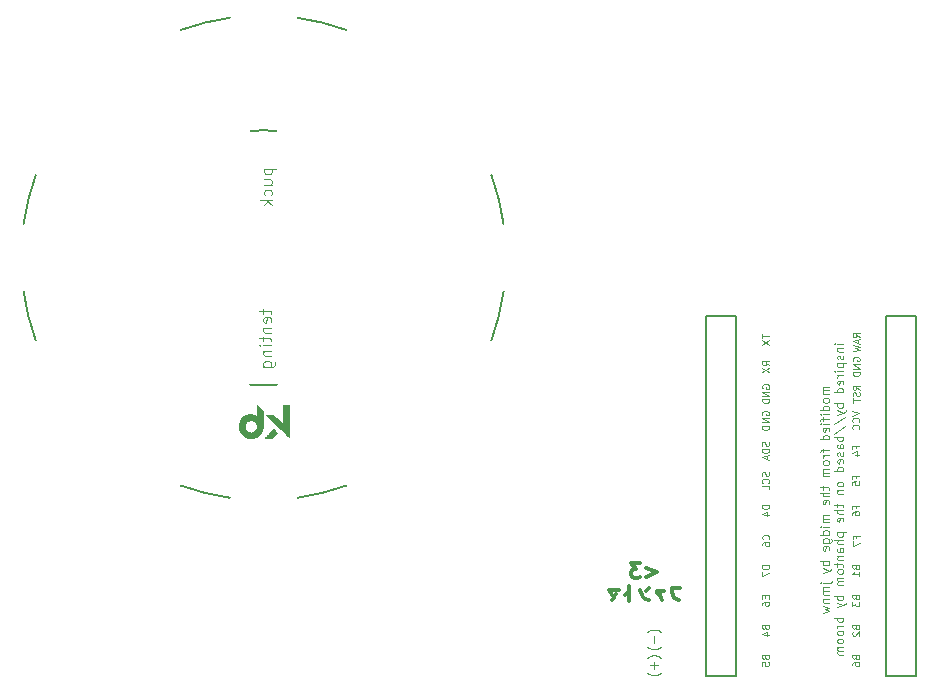
<source format=gbr>
G04 #@! TF.GenerationSoftware,KiCad,Pcbnew,6.0.0-d3dd2cf0fa~116~ubuntu20.04.1*
G04 #@! TF.CreationDate,2022-01-05T19:45:41-05:00*
G04 #@! TF.ProjectId,phantoma,7068616e-746f-46d6-912e-6b696361645f,0.1*
G04 #@! TF.SameCoordinates,Original*
G04 #@! TF.FileFunction,Legend,Bot*
G04 #@! TF.FilePolarity,Positive*
%FSLAX46Y46*%
G04 Gerber Fmt 4.6, Leading zero omitted, Abs format (unit mm)*
G04 Created by KiCad (PCBNEW 6.0.0-d3dd2cf0fa~116~ubuntu20.04.1) date 2022-01-05 19:45:41*
%MOMM*%
%LPD*%
G01*
G04 APERTURE LIST*
%ADD10C,0.312500*%
%ADD11C,0.100000*%
%ADD12C,0.080000*%
%ADD13C,0.150000*%
%ADD14C,0.200000*%
%ADD15C,0.010000*%
G04 APERTURE END LIST*
D10*
X120134047Y-84450892D02*
X121086428Y-84808035D01*
X120134047Y-85165178D01*
X119657857Y-84034226D02*
X118884047Y-84034226D01*
X119300714Y-84510416D01*
X119122142Y-84510416D01*
X119003095Y-84569940D01*
X118943571Y-84629464D01*
X118884047Y-84748511D01*
X118884047Y-85046130D01*
X118943571Y-85165178D01*
X119003095Y-85224702D01*
X119122142Y-85284226D01*
X119479285Y-85284226D01*
X119598333Y-85224702D01*
X119657857Y-85165178D01*
X122991190Y-86165773D02*
X122336428Y-86165773D01*
X122336428Y-86463392D01*
X122395952Y-86761011D01*
X122515000Y-86939583D01*
X122693571Y-87058630D01*
X122931666Y-87177678D01*
X121622142Y-86344345D02*
X121026904Y-86344345D01*
X121086428Y-86522916D01*
X121205476Y-86701488D01*
X121324523Y-86522916D02*
X121324523Y-86761011D01*
X121384047Y-86939583D01*
X121503095Y-87118154D01*
X120372142Y-86165773D02*
X120134047Y-86403869D01*
X120372142Y-87118154D02*
X120074523Y-87058630D01*
X119895952Y-86880059D01*
X119776904Y-86701488D01*
X119657857Y-86284821D01*
X118705476Y-85927678D02*
X118705476Y-87237202D01*
X118705476Y-86463392D02*
X118348333Y-86761011D01*
X117812619Y-86284821D02*
X117038809Y-86284821D01*
X117157857Y-86522916D01*
X117276904Y-86701488D01*
X117395952Y-86820535D01*
X117634047Y-86641964D02*
X117455476Y-86820535D01*
X117395952Y-86939583D01*
X117276904Y-87118154D01*
D11*
X135625535Y-69077285D02*
X135125535Y-69077285D01*
X135196964Y-69077285D02*
X135161250Y-69113000D01*
X135125535Y-69184428D01*
X135125535Y-69291571D01*
X135161250Y-69363000D01*
X135232678Y-69398714D01*
X135625535Y-69398714D01*
X135232678Y-69398714D02*
X135161250Y-69434428D01*
X135125535Y-69505857D01*
X135125535Y-69613000D01*
X135161250Y-69684428D01*
X135232678Y-69720142D01*
X135625535Y-69720142D01*
X135625535Y-70184428D02*
X135589821Y-70113000D01*
X135554107Y-70077285D01*
X135482678Y-70041571D01*
X135268392Y-70041571D01*
X135196964Y-70077285D01*
X135161250Y-70113000D01*
X135125535Y-70184428D01*
X135125535Y-70291571D01*
X135161250Y-70363000D01*
X135196964Y-70398714D01*
X135268392Y-70434428D01*
X135482678Y-70434428D01*
X135554107Y-70398714D01*
X135589821Y-70363000D01*
X135625535Y-70291571D01*
X135625535Y-70184428D01*
X135625535Y-71077285D02*
X134875535Y-71077285D01*
X135589821Y-71077285D02*
X135625535Y-71005857D01*
X135625535Y-70863000D01*
X135589821Y-70791571D01*
X135554107Y-70755857D01*
X135482678Y-70720142D01*
X135268392Y-70720142D01*
X135196964Y-70755857D01*
X135161250Y-70791571D01*
X135125535Y-70863000D01*
X135125535Y-71005857D01*
X135161250Y-71077285D01*
X135625535Y-71434428D02*
X135125535Y-71434428D01*
X134875535Y-71434428D02*
X134911250Y-71398714D01*
X134946964Y-71434428D01*
X134911250Y-71470142D01*
X134875535Y-71434428D01*
X134946964Y-71434428D01*
X135125535Y-71684428D02*
X135125535Y-71970142D01*
X135625535Y-71791571D02*
X134982678Y-71791571D01*
X134911250Y-71827285D01*
X134875535Y-71898714D01*
X134875535Y-71970142D01*
X135625535Y-72220142D02*
X135125535Y-72220142D01*
X134875535Y-72220142D02*
X134911250Y-72184428D01*
X134946964Y-72220142D01*
X134911250Y-72255857D01*
X134875535Y-72220142D01*
X134946964Y-72220142D01*
X135589821Y-72863000D02*
X135625535Y-72791571D01*
X135625535Y-72648714D01*
X135589821Y-72577285D01*
X135518392Y-72541571D01*
X135232678Y-72541571D01*
X135161250Y-72577285D01*
X135125535Y-72648714D01*
X135125535Y-72791571D01*
X135161250Y-72863000D01*
X135232678Y-72898714D01*
X135304107Y-72898714D01*
X135375535Y-72541571D01*
X135625535Y-73541571D02*
X134875535Y-73541571D01*
X135589821Y-73541571D02*
X135625535Y-73470142D01*
X135625535Y-73327285D01*
X135589821Y-73255857D01*
X135554107Y-73220142D01*
X135482678Y-73184428D01*
X135268392Y-73184428D01*
X135196964Y-73220142D01*
X135161250Y-73255857D01*
X135125535Y-73327285D01*
X135125535Y-73470142D01*
X135161250Y-73541571D01*
X135125535Y-74363000D02*
X135125535Y-74648714D01*
X135625535Y-74470142D02*
X134982678Y-74470142D01*
X134911250Y-74505857D01*
X134875535Y-74577285D01*
X134875535Y-74648714D01*
X135625535Y-74898714D02*
X135125535Y-74898714D01*
X135268392Y-74898714D02*
X135196964Y-74934428D01*
X135161250Y-74970142D01*
X135125535Y-75041571D01*
X135125535Y-75113000D01*
X135625535Y-75470142D02*
X135589821Y-75398714D01*
X135554107Y-75363000D01*
X135482678Y-75327285D01*
X135268392Y-75327285D01*
X135196964Y-75363000D01*
X135161250Y-75398714D01*
X135125535Y-75470142D01*
X135125535Y-75577285D01*
X135161250Y-75648714D01*
X135196964Y-75684428D01*
X135268392Y-75720142D01*
X135482678Y-75720142D01*
X135554107Y-75684428D01*
X135589821Y-75648714D01*
X135625535Y-75577285D01*
X135625535Y-75470142D01*
X135625535Y-76041571D02*
X135125535Y-76041571D01*
X135196964Y-76041571D02*
X135161250Y-76077285D01*
X135125535Y-76148714D01*
X135125535Y-76255857D01*
X135161250Y-76327285D01*
X135232678Y-76363000D01*
X135625535Y-76363000D01*
X135232678Y-76363000D02*
X135161250Y-76398714D01*
X135125535Y-76470142D01*
X135125535Y-76577285D01*
X135161250Y-76648714D01*
X135232678Y-76684428D01*
X135625535Y-76684428D01*
X135125535Y-77505857D02*
X135125535Y-77791571D01*
X134875535Y-77613000D02*
X135518392Y-77613000D01*
X135589821Y-77648714D01*
X135625535Y-77720142D01*
X135625535Y-77791571D01*
X135625535Y-78041571D02*
X134875535Y-78041571D01*
X135625535Y-78363000D02*
X135232678Y-78363000D01*
X135161250Y-78327285D01*
X135125535Y-78255857D01*
X135125535Y-78148714D01*
X135161250Y-78077285D01*
X135196964Y-78041571D01*
X135589821Y-79005857D02*
X135625535Y-78934428D01*
X135625535Y-78791571D01*
X135589821Y-78720142D01*
X135518392Y-78684428D01*
X135232678Y-78684428D01*
X135161250Y-78720142D01*
X135125535Y-78791571D01*
X135125535Y-78934428D01*
X135161250Y-79005857D01*
X135232678Y-79041571D01*
X135304107Y-79041571D01*
X135375535Y-78684428D01*
X135625535Y-79934428D02*
X135125535Y-79934428D01*
X135196964Y-79934428D02*
X135161250Y-79970142D01*
X135125535Y-80041571D01*
X135125535Y-80148714D01*
X135161250Y-80220142D01*
X135232678Y-80255857D01*
X135625535Y-80255857D01*
X135232678Y-80255857D02*
X135161250Y-80291571D01*
X135125535Y-80363000D01*
X135125535Y-80470142D01*
X135161250Y-80541571D01*
X135232678Y-80577285D01*
X135625535Y-80577285D01*
X135625535Y-80934428D02*
X135125535Y-80934428D01*
X134875535Y-80934428D02*
X134911250Y-80898714D01*
X134946964Y-80934428D01*
X134911250Y-80970142D01*
X134875535Y-80934428D01*
X134946964Y-80934428D01*
X135625535Y-81613000D02*
X134875535Y-81613000D01*
X135589821Y-81613000D02*
X135625535Y-81541571D01*
X135625535Y-81398714D01*
X135589821Y-81327285D01*
X135554107Y-81291571D01*
X135482678Y-81255857D01*
X135268392Y-81255857D01*
X135196964Y-81291571D01*
X135161250Y-81327285D01*
X135125535Y-81398714D01*
X135125535Y-81541571D01*
X135161250Y-81613000D01*
X135125535Y-82291571D02*
X135732678Y-82291571D01*
X135804107Y-82255857D01*
X135839821Y-82220142D01*
X135875535Y-82148714D01*
X135875535Y-82041571D01*
X135839821Y-81970142D01*
X135589821Y-82291571D02*
X135625535Y-82220142D01*
X135625535Y-82077285D01*
X135589821Y-82005857D01*
X135554107Y-81970142D01*
X135482678Y-81934428D01*
X135268392Y-81934428D01*
X135196964Y-81970142D01*
X135161250Y-82005857D01*
X135125535Y-82077285D01*
X135125535Y-82220142D01*
X135161250Y-82291571D01*
X135589821Y-82934428D02*
X135625535Y-82863000D01*
X135625535Y-82720142D01*
X135589821Y-82648714D01*
X135518392Y-82613000D01*
X135232678Y-82613000D01*
X135161250Y-82648714D01*
X135125535Y-82720142D01*
X135125535Y-82863000D01*
X135161250Y-82934428D01*
X135232678Y-82970142D01*
X135304107Y-82970142D01*
X135375535Y-82613000D01*
X135625535Y-83863000D02*
X134875535Y-83863000D01*
X135161250Y-83863000D02*
X135125535Y-83934428D01*
X135125535Y-84077285D01*
X135161250Y-84148714D01*
X135196964Y-84184428D01*
X135268392Y-84220142D01*
X135482678Y-84220142D01*
X135554107Y-84184428D01*
X135589821Y-84148714D01*
X135625535Y-84077285D01*
X135625535Y-83934428D01*
X135589821Y-83863000D01*
X135125535Y-84470142D02*
X135625535Y-84648714D01*
X135125535Y-84827285D02*
X135625535Y-84648714D01*
X135804107Y-84577285D01*
X135839821Y-84541571D01*
X135875535Y-84470142D01*
X135125535Y-85684428D02*
X135768392Y-85684428D01*
X135839821Y-85648714D01*
X135875535Y-85577285D01*
X135875535Y-85541571D01*
X134875535Y-85684428D02*
X134911250Y-85648714D01*
X134946964Y-85684428D01*
X134911250Y-85720142D01*
X134875535Y-85684428D01*
X134946964Y-85684428D01*
X135625535Y-86041571D02*
X135125535Y-86041571D01*
X135196964Y-86041571D02*
X135161250Y-86077285D01*
X135125535Y-86148714D01*
X135125535Y-86255857D01*
X135161250Y-86327285D01*
X135232678Y-86363000D01*
X135625535Y-86363000D01*
X135232678Y-86363000D02*
X135161250Y-86398714D01*
X135125535Y-86470142D01*
X135125535Y-86577285D01*
X135161250Y-86648714D01*
X135232678Y-86684428D01*
X135625535Y-86684428D01*
X135125535Y-87041571D02*
X135625535Y-87041571D01*
X135196964Y-87041571D02*
X135161250Y-87077285D01*
X135125535Y-87148714D01*
X135125535Y-87255857D01*
X135161250Y-87327285D01*
X135232678Y-87363000D01*
X135625535Y-87363000D01*
X135125535Y-87648714D02*
X135625535Y-87791571D01*
X135268392Y-87934428D01*
X135625535Y-88077285D01*
X135125535Y-88220142D01*
X136833035Y-65452285D02*
X136333035Y-65452285D01*
X136083035Y-65452285D02*
X136118750Y-65416571D01*
X136154464Y-65452285D01*
X136118750Y-65488000D01*
X136083035Y-65452285D01*
X136154464Y-65452285D01*
X136333035Y-65809428D02*
X136833035Y-65809428D01*
X136404464Y-65809428D02*
X136368750Y-65845142D01*
X136333035Y-65916571D01*
X136333035Y-66023714D01*
X136368750Y-66095142D01*
X136440178Y-66130857D01*
X136833035Y-66130857D01*
X136797321Y-66452285D02*
X136833035Y-66523714D01*
X136833035Y-66666571D01*
X136797321Y-66738000D01*
X136725892Y-66773714D01*
X136690178Y-66773714D01*
X136618750Y-66738000D01*
X136583035Y-66666571D01*
X136583035Y-66559428D01*
X136547321Y-66488000D01*
X136475892Y-66452285D01*
X136440178Y-66452285D01*
X136368750Y-66488000D01*
X136333035Y-66559428D01*
X136333035Y-66666571D01*
X136368750Y-66738000D01*
X136333035Y-67095142D02*
X137083035Y-67095142D01*
X136368750Y-67095142D02*
X136333035Y-67166571D01*
X136333035Y-67309428D01*
X136368750Y-67380857D01*
X136404464Y-67416571D01*
X136475892Y-67452285D01*
X136690178Y-67452285D01*
X136761607Y-67416571D01*
X136797321Y-67380857D01*
X136833035Y-67309428D01*
X136833035Y-67166571D01*
X136797321Y-67095142D01*
X136833035Y-67773714D02*
X136333035Y-67773714D01*
X136083035Y-67773714D02*
X136118750Y-67738000D01*
X136154464Y-67773714D01*
X136118750Y-67809428D01*
X136083035Y-67773714D01*
X136154464Y-67773714D01*
X136833035Y-68130857D02*
X136333035Y-68130857D01*
X136475892Y-68130857D02*
X136404464Y-68166571D01*
X136368750Y-68202285D01*
X136333035Y-68273714D01*
X136333035Y-68345142D01*
X136797321Y-68880857D02*
X136833035Y-68809428D01*
X136833035Y-68666571D01*
X136797321Y-68595142D01*
X136725892Y-68559428D01*
X136440178Y-68559428D01*
X136368750Y-68595142D01*
X136333035Y-68666571D01*
X136333035Y-68809428D01*
X136368750Y-68880857D01*
X136440178Y-68916571D01*
X136511607Y-68916571D01*
X136583035Y-68559428D01*
X136833035Y-69559428D02*
X136083035Y-69559428D01*
X136797321Y-69559428D02*
X136833035Y-69488000D01*
X136833035Y-69345142D01*
X136797321Y-69273714D01*
X136761607Y-69238000D01*
X136690178Y-69202285D01*
X136475892Y-69202285D01*
X136404464Y-69238000D01*
X136368750Y-69273714D01*
X136333035Y-69345142D01*
X136333035Y-69488000D01*
X136368750Y-69559428D01*
X136833035Y-70488000D02*
X136083035Y-70488000D01*
X136368750Y-70488000D02*
X136333035Y-70559428D01*
X136333035Y-70702285D01*
X136368750Y-70773714D01*
X136404464Y-70809428D01*
X136475892Y-70845142D01*
X136690178Y-70845142D01*
X136761607Y-70809428D01*
X136797321Y-70773714D01*
X136833035Y-70702285D01*
X136833035Y-70559428D01*
X136797321Y-70488000D01*
X136333035Y-71095142D02*
X136833035Y-71273714D01*
X136333035Y-71452285D02*
X136833035Y-71273714D01*
X137011607Y-71202285D01*
X137047321Y-71166571D01*
X137083035Y-71095142D01*
X136047321Y-72273714D02*
X137011607Y-71630857D01*
X136047321Y-73059428D02*
X137011607Y-72416571D01*
X136833035Y-73309428D02*
X136083035Y-73309428D01*
X136368750Y-73309428D02*
X136333035Y-73380857D01*
X136333035Y-73523714D01*
X136368750Y-73595142D01*
X136404464Y-73630857D01*
X136475892Y-73666571D01*
X136690178Y-73666571D01*
X136761607Y-73630857D01*
X136797321Y-73595142D01*
X136833035Y-73523714D01*
X136833035Y-73380857D01*
X136797321Y-73309428D01*
X136833035Y-74309428D02*
X136440178Y-74309428D01*
X136368750Y-74273714D01*
X136333035Y-74202285D01*
X136333035Y-74059428D01*
X136368750Y-73988000D01*
X136797321Y-74309428D02*
X136833035Y-74238000D01*
X136833035Y-74059428D01*
X136797321Y-73988000D01*
X136725892Y-73952285D01*
X136654464Y-73952285D01*
X136583035Y-73988000D01*
X136547321Y-74059428D01*
X136547321Y-74238000D01*
X136511607Y-74309428D01*
X136797321Y-74630857D02*
X136833035Y-74702285D01*
X136833035Y-74845142D01*
X136797321Y-74916571D01*
X136725892Y-74952285D01*
X136690178Y-74952285D01*
X136618750Y-74916571D01*
X136583035Y-74845142D01*
X136583035Y-74738000D01*
X136547321Y-74666571D01*
X136475892Y-74630857D01*
X136440178Y-74630857D01*
X136368750Y-74666571D01*
X136333035Y-74738000D01*
X136333035Y-74845142D01*
X136368750Y-74916571D01*
X136797321Y-75559428D02*
X136833035Y-75488000D01*
X136833035Y-75345142D01*
X136797321Y-75273714D01*
X136725892Y-75238000D01*
X136440178Y-75238000D01*
X136368750Y-75273714D01*
X136333035Y-75345142D01*
X136333035Y-75488000D01*
X136368750Y-75559428D01*
X136440178Y-75595142D01*
X136511607Y-75595142D01*
X136583035Y-75238000D01*
X136833035Y-76238000D02*
X136083035Y-76238000D01*
X136797321Y-76238000D02*
X136833035Y-76166571D01*
X136833035Y-76023714D01*
X136797321Y-75952285D01*
X136761607Y-75916571D01*
X136690178Y-75880857D01*
X136475892Y-75880857D01*
X136404464Y-75916571D01*
X136368750Y-75952285D01*
X136333035Y-76023714D01*
X136333035Y-76166571D01*
X136368750Y-76238000D01*
X136833035Y-77273714D02*
X136797321Y-77202285D01*
X136761607Y-77166571D01*
X136690178Y-77130857D01*
X136475892Y-77130857D01*
X136404464Y-77166571D01*
X136368750Y-77202285D01*
X136333035Y-77273714D01*
X136333035Y-77380857D01*
X136368750Y-77452285D01*
X136404464Y-77488000D01*
X136475892Y-77523714D01*
X136690178Y-77523714D01*
X136761607Y-77488000D01*
X136797321Y-77452285D01*
X136833035Y-77380857D01*
X136833035Y-77273714D01*
X136333035Y-77845142D02*
X136833035Y-77845142D01*
X136404464Y-77845142D02*
X136368750Y-77880857D01*
X136333035Y-77952285D01*
X136333035Y-78059428D01*
X136368750Y-78130857D01*
X136440178Y-78166571D01*
X136833035Y-78166571D01*
X136333035Y-78988000D02*
X136333035Y-79273714D01*
X136083035Y-79095142D02*
X136725892Y-79095142D01*
X136797321Y-79130857D01*
X136833035Y-79202285D01*
X136833035Y-79273714D01*
X136833035Y-79523714D02*
X136083035Y-79523714D01*
X136833035Y-79845142D02*
X136440178Y-79845142D01*
X136368750Y-79809428D01*
X136333035Y-79738000D01*
X136333035Y-79630857D01*
X136368750Y-79559428D01*
X136404464Y-79523714D01*
X136797321Y-80488000D02*
X136833035Y-80416571D01*
X136833035Y-80273714D01*
X136797321Y-80202285D01*
X136725892Y-80166571D01*
X136440178Y-80166571D01*
X136368750Y-80202285D01*
X136333035Y-80273714D01*
X136333035Y-80416571D01*
X136368750Y-80488000D01*
X136440178Y-80523714D01*
X136511607Y-80523714D01*
X136583035Y-80166571D01*
X136333035Y-81416571D02*
X137083035Y-81416571D01*
X136368750Y-81416571D02*
X136333035Y-81488000D01*
X136333035Y-81630857D01*
X136368750Y-81702285D01*
X136404464Y-81738000D01*
X136475892Y-81773714D01*
X136690178Y-81773714D01*
X136761607Y-81738000D01*
X136797321Y-81702285D01*
X136833035Y-81630857D01*
X136833035Y-81488000D01*
X136797321Y-81416571D01*
X136833035Y-82095142D02*
X136083035Y-82095142D01*
X136833035Y-82416571D02*
X136440178Y-82416571D01*
X136368750Y-82380857D01*
X136333035Y-82309428D01*
X136333035Y-82202285D01*
X136368750Y-82130857D01*
X136404464Y-82095142D01*
X136833035Y-83095142D02*
X136440178Y-83095142D01*
X136368750Y-83059428D01*
X136333035Y-82988000D01*
X136333035Y-82845142D01*
X136368750Y-82773714D01*
X136797321Y-83095142D02*
X136833035Y-83023714D01*
X136833035Y-82845142D01*
X136797321Y-82773714D01*
X136725892Y-82738000D01*
X136654464Y-82738000D01*
X136583035Y-82773714D01*
X136547321Y-82845142D01*
X136547321Y-83023714D01*
X136511607Y-83095142D01*
X136333035Y-83452285D02*
X136833035Y-83452285D01*
X136404464Y-83452285D02*
X136368750Y-83488000D01*
X136333035Y-83559428D01*
X136333035Y-83666571D01*
X136368750Y-83738000D01*
X136440178Y-83773714D01*
X136833035Y-83773714D01*
X136333035Y-84023714D02*
X136333035Y-84309428D01*
X136083035Y-84130857D02*
X136725892Y-84130857D01*
X136797321Y-84166571D01*
X136833035Y-84238000D01*
X136833035Y-84309428D01*
X136833035Y-84666571D02*
X136797321Y-84595142D01*
X136761607Y-84559428D01*
X136690178Y-84523714D01*
X136475892Y-84523714D01*
X136404464Y-84559428D01*
X136368750Y-84595142D01*
X136333035Y-84666571D01*
X136333035Y-84773714D01*
X136368750Y-84845142D01*
X136404464Y-84880857D01*
X136475892Y-84916571D01*
X136690178Y-84916571D01*
X136761607Y-84880857D01*
X136797321Y-84845142D01*
X136833035Y-84773714D01*
X136833035Y-84666571D01*
X136833035Y-85238000D02*
X136333035Y-85238000D01*
X136404464Y-85238000D02*
X136368750Y-85273714D01*
X136333035Y-85345142D01*
X136333035Y-85452285D01*
X136368750Y-85523714D01*
X136440178Y-85559428D01*
X136833035Y-85559428D01*
X136440178Y-85559428D02*
X136368750Y-85595142D01*
X136333035Y-85666571D01*
X136333035Y-85773714D01*
X136368750Y-85845142D01*
X136440178Y-85880857D01*
X136833035Y-85880857D01*
X136833035Y-86809428D02*
X136083035Y-86809428D01*
X136368750Y-86809428D02*
X136333035Y-86880857D01*
X136333035Y-87023714D01*
X136368750Y-87095142D01*
X136404464Y-87130857D01*
X136475892Y-87166571D01*
X136690178Y-87166571D01*
X136761607Y-87130857D01*
X136797321Y-87095142D01*
X136833035Y-87023714D01*
X136833035Y-86880857D01*
X136797321Y-86809428D01*
X136333035Y-87416571D02*
X136833035Y-87595142D01*
X136333035Y-87773714D02*
X136833035Y-87595142D01*
X137011607Y-87523714D01*
X137047321Y-87488000D01*
X137083035Y-87416571D01*
X136833035Y-88630857D02*
X136083035Y-88630857D01*
X136368750Y-88630857D02*
X136333035Y-88702285D01*
X136333035Y-88845142D01*
X136368750Y-88916571D01*
X136404464Y-88952285D01*
X136475892Y-88988000D01*
X136690178Y-88988000D01*
X136761607Y-88952285D01*
X136797321Y-88916571D01*
X136833035Y-88845142D01*
X136833035Y-88702285D01*
X136797321Y-88630857D01*
X136833035Y-89309428D02*
X136333035Y-89309428D01*
X136475892Y-89309428D02*
X136404464Y-89345142D01*
X136368750Y-89380857D01*
X136333035Y-89452285D01*
X136333035Y-89523714D01*
X136833035Y-89880857D02*
X136797321Y-89809428D01*
X136761607Y-89773714D01*
X136690178Y-89738000D01*
X136475892Y-89738000D01*
X136404464Y-89773714D01*
X136368750Y-89809428D01*
X136333035Y-89880857D01*
X136333035Y-89988000D01*
X136368750Y-90059428D01*
X136404464Y-90095142D01*
X136475892Y-90130857D01*
X136690178Y-90130857D01*
X136761607Y-90095142D01*
X136797321Y-90059428D01*
X136833035Y-89988000D01*
X136833035Y-89880857D01*
X136833035Y-90559428D02*
X136797321Y-90488000D01*
X136761607Y-90452285D01*
X136690178Y-90416571D01*
X136475892Y-90416571D01*
X136404464Y-90452285D01*
X136368750Y-90488000D01*
X136333035Y-90559428D01*
X136333035Y-90666571D01*
X136368750Y-90738000D01*
X136404464Y-90773714D01*
X136475892Y-90809428D01*
X136690178Y-90809428D01*
X136761607Y-90773714D01*
X136797321Y-90738000D01*
X136833035Y-90666571D01*
X136833035Y-90559428D01*
X136833035Y-91130857D02*
X136333035Y-91130857D01*
X136404464Y-91130857D02*
X136368750Y-91166571D01*
X136333035Y-91238000D01*
X136333035Y-91345142D01*
X136368750Y-91416571D01*
X136440178Y-91452285D01*
X136833035Y-91452285D01*
X136440178Y-91452285D02*
X136368750Y-91488000D01*
X136333035Y-91559428D01*
X136333035Y-91666571D01*
X136368750Y-91738000D01*
X136440178Y-91773714D01*
X136833035Y-91773714D01*
X121427631Y-89870217D02*
X121389536Y-89832121D01*
X121275250Y-89755931D01*
X121199060Y-89717836D01*
X121084774Y-89679741D01*
X120894298Y-89641645D01*
X120741917Y-89641645D01*
X120551441Y-89679741D01*
X120437155Y-89717836D01*
X120360965Y-89755931D01*
X120246679Y-89832121D01*
X120208584Y-89870217D01*
X120818107Y-90174979D02*
X120818107Y-90784502D01*
X121427631Y-91089264D02*
X121389536Y-91127360D01*
X121275250Y-91203550D01*
X121199060Y-91241645D01*
X121084774Y-91279741D01*
X120894298Y-91317836D01*
X120741917Y-91317836D01*
X120551441Y-91279741D01*
X120437155Y-91241645D01*
X120360965Y-91203550D01*
X120246679Y-91127360D01*
X120208584Y-91089264D01*
X121427631Y-92070217D02*
X121389536Y-92032121D01*
X121275250Y-91955931D01*
X121199060Y-91917836D01*
X121084774Y-91879741D01*
X120894298Y-91841645D01*
X120741917Y-91841645D01*
X120551441Y-91879741D01*
X120437155Y-91917836D01*
X120360965Y-91955931D01*
X120246679Y-92032121D01*
X120208584Y-92070217D01*
X120818107Y-92374979D02*
X120818107Y-92984502D01*
X121122869Y-92679741D02*
X120513345Y-92679741D01*
X121427631Y-93289264D02*
X121389536Y-93327360D01*
X121275250Y-93403550D01*
X121199060Y-93441645D01*
X121084774Y-93479741D01*
X120894298Y-93517836D01*
X120741917Y-93517836D01*
X120551441Y-93479741D01*
X120437155Y-93441645D01*
X120360965Y-93403550D01*
X120246679Y-93327360D01*
X120208584Y-93289264D01*
D12*
X137891215Y-84388954D02*
X137919787Y-84474669D01*
X137948358Y-84503240D01*
X138005501Y-84531812D01*
X138091215Y-84531812D01*
X138148358Y-84503240D01*
X138176930Y-84474669D01*
X138205501Y-84417526D01*
X138205501Y-84188954D01*
X137605501Y-84188954D01*
X137605501Y-84388954D01*
X137634073Y-84446097D01*
X137662644Y-84474669D01*
X137719787Y-84503240D01*
X137776930Y-84503240D01*
X137834073Y-84474669D01*
X137862644Y-84446097D01*
X137891215Y-84388954D01*
X137891215Y-84188954D01*
X138205501Y-85103240D02*
X138205501Y-84760383D01*
X138205501Y-84931812D02*
X137605501Y-84931812D01*
X137691215Y-84874669D01*
X137748358Y-84817526D01*
X137776930Y-84760383D01*
X130535752Y-73748779D02*
X130564323Y-73834493D01*
X130564323Y-73977351D01*
X130535752Y-74034493D01*
X130507180Y-74063065D01*
X130450037Y-74091636D01*
X130392895Y-74091636D01*
X130335752Y-74063065D01*
X130307180Y-74034493D01*
X130278609Y-73977351D01*
X130250037Y-73863065D01*
X130221466Y-73805922D01*
X130192895Y-73777351D01*
X130135752Y-73748779D01*
X130078609Y-73748779D01*
X130021466Y-73777351D01*
X129992895Y-73805922D01*
X129964323Y-73863065D01*
X129964323Y-74005922D01*
X129992895Y-74091636D01*
X130564323Y-74348779D02*
X129964323Y-74348779D01*
X129964323Y-74491636D01*
X129992895Y-74577351D01*
X130050037Y-74634493D01*
X130107180Y-74663065D01*
X130221466Y-74691636D01*
X130307180Y-74691636D01*
X130421466Y-74663065D01*
X130478609Y-74634493D01*
X130535752Y-74577351D01*
X130564323Y-74491636D01*
X130564323Y-74348779D01*
X130392895Y-74920208D02*
X130392895Y-75205922D01*
X130564323Y-74863065D02*
X129964323Y-75063065D01*
X130564323Y-75263065D01*
X130557529Y-79109388D02*
X129957529Y-79109388D01*
X129957529Y-79252246D01*
X129986101Y-79337960D01*
X130043243Y-79395103D01*
X130100386Y-79423674D01*
X130214672Y-79452246D01*
X130300386Y-79452246D01*
X130414672Y-79423674D01*
X130471815Y-79395103D01*
X130528958Y-79337960D01*
X130557529Y-79252246D01*
X130557529Y-79109388D01*
X130157529Y-79966531D02*
X130557529Y-79966531D01*
X129928958Y-79823674D02*
X130357529Y-79680817D01*
X130357529Y-80052246D01*
X137895202Y-74275824D02*
X137895202Y-74075824D01*
X138209488Y-74075824D02*
X137609488Y-74075824D01*
X137609488Y-74361538D01*
X137809488Y-74847252D02*
X138209488Y-74847252D01*
X137580917Y-74704395D02*
X138009488Y-74561538D01*
X138009488Y-74932966D01*
X129992895Y-71480208D02*
X129964323Y-71423065D01*
X129964323Y-71337351D01*
X129992895Y-71251636D01*
X130050037Y-71194493D01*
X130107180Y-71165922D01*
X130221466Y-71137351D01*
X130307180Y-71137351D01*
X130421466Y-71165922D01*
X130478609Y-71194493D01*
X130535752Y-71251636D01*
X130564323Y-71337351D01*
X130564323Y-71394493D01*
X130535752Y-71480208D01*
X130507180Y-71508779D01*
X130307180Y-71508779D01*
X130307180Y-71394493D01*
X130564323Y-71765922D02*
X129964323Y-71765922D01*
X130564323Y-72108779D01*
X129964323Y-72108779D01*
X130564323Y-72394493D02*
X129964323Y-72394493D01*
X129964323Y-72537351D01*
X129992895Y-72623065D01*
X130050037Y-72680208D01*
X130107180Y-72708779D01*
X130221466Y-72737351D01*
X130307180Y-72737351D01*
X130421466Y-72708779D01*
X130478609Y-72680208D01*
X130535752Y-72623065D01*
X130564323Y-72537351D01*
X130564323Y-72394493D01*
X130239256Y-89465376D02*
X130267828Y-89551091D01*
X130296399Y-89579662D01*
X130353542Y-89608234D01*
X130439256Y-89608234D01*
X130496399Y-89579662D01*
X130524971Y-89551091D01*
X130553542Y-89493948D01*
X130553542Y-89265376D01*
X129953542Y-89265376D01*
X129953542Y-89465376D01*
X129982114Y-89522519D01*
X130010685Y-89551091D01*
X130067828Y-89579662D01*
X130124971Y-89579662D01*
X130182114Y-89551091D01*
X130210685Y-89522519D01*
X130239256Y-89465376D01*
X130239256Y-89265376D01*
X130153542Y-90122519D02*
X130553542Y-90122519D01*
X129924971Y-89979662D02*
X130353542Y-89836805D01*
X130353542Y-90208234D01*
X138236437Y-64870160D02*
X137950723Y-64670160D01*
X138236437Y-64527303D02*
X137636437Y-64527303D01*
X137636437Y-64755874D01*
X137665009Y-64813017D01*
X137693580Y-64841588D01*
X137750723Y-64870160D01*
X137836437Y-64870160D01*
X137893580Y-64841588D01*
X137922151Y-64813017D01*
X137950723Y-64755874D01*
X137950723Y-64527303D01*
X138065009Y-65098731D02*
X138065009Y-65384446D01*
X138236437Y-65041588D02*
X137636437Y-65241588D01*
X138236437Y-65441588D01*
X137636437Y-65584446D02*
X138236437Y-65727303D01*
X137807866Y-65841588D01*
X138236437Y-65955874D01*
X137636437Y-66098731D01*
X130019844Y-69208830D02*
X129991272Y-69151687D01*
X129991272Y-69065973D01*
X130019844Y-68980258D01*
X130076986Y-68923115D01*
X130134129Y-68894544D01*
X130248415Y-68865973D01*
X130334129Y-68865973D01*
X130448415Y-68894544D01*
X130505558Y-68923115D01*
X130562701Y-68980258D01*
X130591272Y-69065973D01*
X130591272Y-69123115D01*
X130562701Y-69208830D01*
X130534129Y-69237401D01*
X130334129Y-69237401D01*
X130334129Y-69123115D01*
X130591272Y-69494544D02*
X129991272Y-69494544D01*
X130591272Y-69837401D01*
X129991272Y-69837401D01*
X130591272Y-70123115D02*
X129991272Y-70123115D01*
X129991272Y-70265973D01*
X130019844Y-70351687D01*
X130076986Y-70408830D01*
X130134129Y-70437401D01*
X130248415Y-70465973D01*
X130334129Y-70465973D01*
X130448415Y-70437401D01*
X130505558Y-70408830D01*
X130562701Y-70351687D01*
X130591272Y-70265973D01*
X130591272Y-70123115D01*
X137909408Y-81901294D02*
X137909408Y-81701294D01*
X138223694Y-81701294D02*
X137623694Y-81701294D01*
X137623694Y-81987008D01*
X137623694Y-82158436D02*
X137623694Y-82558436D01*
X138223694Y-82301294D01*
X137888408Y-76810719D02*
X137888408Y-76610719D01*
X138202694Y-76610719D02*
X137602694Y-76610719D01*
X137602694Y-76896433D01*
X137602694Y-77410719D02*
X137602694Y-77125004D01*
X137888408Y-77096433D01*
X137859837Y-77125004D01*
X137831266Y-77182147D01*
X137831266Y-77325004D01*
X137859837Y-77382147D01*
X137888408Y-77410719D01*
X137945551Y-77439290D01*
X138088408Y-77439290D01*
X138145551Y-77410719D01*
X138174123Y-77382147D01*
X138202694Y-77325004D01*
X138202694Y-77182147D01*
X138174123Y-77125004D01*
X138145551Y-77096433D01*
X137665009Y-66917303D02*
X137636437Y-66860160D01*
X137636437Y-66774446D01*
X137665009Y-66688731D01*
X137722151Y-66631588D01*
X137779294Y-66603017D01*
X137893580Y-66574446D01*
X137979294Y-66574446D01*
X138093580Y-66603017D01*
X138150723Y-66631588D01*
X138207866Y-66688731D01*
X138236437Y-66774446D01*
X138236437Y-66831588D01*
X138207866Y-66917303D01*
X138179294Y-66945874D01*
X137979294Y-66945874D01*
X137979294Y-66831588D01*
X138236437Y-67203017D02*
X137636437Y-67203017D01*
X138236437Y-67545874D01*
X137636437Y-67545874D01*
X138236437Y-67831588D02*
X137636437Y-67831588D01*
X137636437Y-67974446D01*
X137665009Y-68060160D01*
X137722151Y-68117303D01*
X137779294Y-68145874D01*
X137893580Y-68174446D01*
X137979294Y-68174446D01*
X138093580Y-68145874D01*
X138150723Y-68117303D01*
X138207866Y-68060160D01*
X138236437Y-67974446D01*
X138236437Y-67831588D01*
X137891215Y-86928954D02*
X137919787Y-87014669D01*
X137948358Y-87043240D01*
X138005501Y-87071812D01*
X138091215Y-87071812D01*
X138148358Y-87043240D01*
X138176930Y-87014669D01*
X138205501Y-86957526D01*
X138205501Y-86728954D01*
X137605501Y-86728954D01*
X137605501Y-86928954D01*
X137634073Y-86986097D01*
X137662644Y-87014669D01*
X137719787Y-87043240D01*
X137776930Y-87043240D01*
X137834073Y-87014669D01*
X137862644Y-86986097D01*
X137891215Y-86928954D01*
X137891215Y-86728954D01*
X137605501Y-87271812D02*
X137605501Y-87643240D01*
X137834073Y-87443240D01*
X137834073Y-87528954D01*
X137862644Y-87586097D01*
X137891215Y-87614669D01*
X137948358Y-87643240D01*
X138091215Y-87643240D01*
X138148358Y-87614669D01*
X138176930Y-87586097D01*
X138205501Y-87528954D01*
X138205501Y-87357526D01*
X138176930Y-87300383D01*
X138148358Y-87271812D01*
X130239256Y-92005376D02*
X130267828Y-92091091D01*
X130296399Y-92119662D01*
X130353542Y-92148234D01*
X130439256Y-92148234D01*
X130496399Y-92119662D01*
X130524971Y-92091091D01*
X130553542Y-92033948D01*
X130553542Y-91805376D01*
X129953542Y-91805376D01*
X129953542Y-92005376D01*
X129982114Y-92062519D01*
X130010685Y-92091091D01*
X130067828Y-92119662D01*
X130124971Y-92119662D01*
X130182114Y-92091091D01*
X130210685Y-92062519D01*
X130239256Y-92005376D01*
X130239256Y-91805376D01*
X129953542Y-92691091D02*
X129953542Y-92405376D01*
X130239256Y-92376805D01*
X130210685Y-92405376D01*
X130182114Y-92462519D01*
X130182114Y-92605376D01*
X130210685Y-92662519D01*
X130239256Y-92691091D01*
X130296399Y-92719662D01*
X130439256Y-92719662D01*
X130496399Y-92691091D01*
X130524971Y-92662519D01*
X130553542Y-92605376D01*
X130553542Y-92462519D01*
X130524971Y-92405376D01*
X130496399Y-92376805D01*
X130591272Y-67275973D02*
X130305558Y-67075973D01*
X130591272Y-66933115D02*
X129991272Y-66933115D01*
X129991272Y-67161687D01*
X130019844Y-67218830D01*
X130048415Y-67247401D01*
X130105558Y-67275973D01*
X130191272Y-67275973D01*
X130248415Y-67247401D01*
X130276986Y-67218830D01*
X130305558Y-67161687D01*
X130305558Y-66933115D01*
X129991272Y-67475973D02*
X130591272Y-67875973D01*
X129991272Y-67875973D02*
X130591272Y-67475973D01*
X137884421Y-89463849D02*
X137912993Y-89549564D01*
X137941564Y-89578135D01*
X137998707Y-89606707D01*
X138084421Y-89606707D01*
X138141564Y-89578135D01*
X138170136Y-89549564D01*
X138198707Y-89492421D01*
X138198707Y-89263849D01*
X137598707Y-89263849D01*
X137598707Y-89463849D01*
X137627279Y-89520992D01*
X137655850Y-89549564D01*
X137712993Y-89578135D01*
X137770136Y-89578135D01*
X137827279Y-89549564D01*
X137855850Y-89520992D01*
X137884421Y-89463849D01*
X137884421Y-89263849D01*
X137655850Y-89835278D02*
X137627279Y-89863849D01*
X137598707Y-89920992D01*
X137598707Y-90063849D01*
X137627279Y-90120992D01*
X137655850Y-90149564D01*
X137712993Y-90178135D01*
X137770136Y-90178135D01*
X137855850Y-90149564D01*
X138198707Y-89806707D01*
X138198707Y-90178135D01*
X137609488Y-71135824D02*
X138209488Y-71335824D01*
X137609488Y-71535824D01*
X138152345Y-72078681D02*
X138180917Y-72050109D01*
X138209488Y-71964395D01*
X138209488Y-71907252D01*
X138180917Y-71821538D01*
X138123774Y-71764395D01*
X138066631Y-71735824D01*
X137952345Y-71707252D01*
X137866631Y-71707252D01*
X137752345Y-71735824D01*
X137695202Y-71764395D01*
X137638060Y-71821538D01*
X137609488Y-71907252D01*
X137609488Y-71964395D01*
X137638060Y-72050109D01*
X137666631Y-72078681D01*
X138152345Y-72678681D02*
X138180917Y-72650109D01*
X138209488Y-72564395D01*
X138209488Y-72507252D01*
X138180917Y-72421538D01*
X138123774Y-72364395D01*
X138066631Y-72335824D01*
X137952345Y-72307252D01*
X137866631Y-72307252D01*
X137752345Y-72335824D01*
X137695202Y-72364395D01*
X137638060Y-72421538D01*
X137609488Y-72507252D01*
X137609488Y-72564395D01*
X137638060Y-72650109D01*
X137666631Y-72678681D01*
X129984437Y-64627303D02*
X129984437Y-64970160D01*
X130584437Y-64798731D02*
X129984437Y-64798731D01*
X129984437Y-65113017D02*
X130584437Y-65513017D01*
X129984437Y-65513017D02*
X130584437Y-65113017D01*
X130246050Y-86759053D02*
X130246050Y-86959053D01*
X130560336Y-87044767D02*
X130560336Y-86759053D01*
X129960336Y-86759053D01*
X129960336Y-87044767D01*
X129960336Y-87559053D02*
X129960336Y-87444767D01*
X129988908Y-87387624D01*
X130017479Y-87359053D01*
X130103193Y-87301910D01*
X130217479Y-87273339D01*
X130446050Y-87273339D01*
X130503193Y-87301910D01*
X130531765Y-87330481D01*
X130560336Y-87387624D01*
X130560336Y-87501910D01*
X130531765Y-87559053D01*
X130503193Y-87587624D01*
X130446050Y-87616196D01*
X130303193Y-87616196D01*
X130246050Y-87587624D01*
X130217479Y-87559053D01*
X130188908Y-87501910D01*
X130188908Y-87387624D01*
X130217479Y-87330481D01*
X130246050Y-87301910D01*
X130303193Y-87273339D01*
X138236437Y-69335874D02*
X137950723Y-69135874D01*
X138236437Y-68993017D02*
X137636437Y-68993017D01*
X137636437Y-69221588D01*
X137665009Y-69278731D01*
X137693580Y-69307303D01*
X137750723Y-69335874D01*
X137836437Y-69335874D01*
X137893580Y-69307303D01*
X137922151Y-69278731D01*
X137950723Y-69221588D01*
X137950723Y-68993017D01*
X138207866Y-69564446D02*
X138236437Y-69650160D01*
X138236437Y-69793017D01*
X138207866Y-69850160D01*
X138179294Y-69878731D01*
X138122151Y-69907303D01*
X138065009Y-69907303D01*
X138007866Y-69878731D01*
X137979294Y-69850160D01*
X137950723Y-69793017D01*
X137922151Y-69678731D01*
X137893580Y-69621588D01*
X137865009Y-69593017D01*
X137807866Y-69564446D01*
X137750723Y-69564446D01*
X137693580Y-69593017D01*
X137665009Y-69621588D01*
X137636437Y-69678731D01*
X137636437Y-69821588D01*
X137665009Y-69907303D01*
X137636437Y-70078731D02*
X137636437Y-70421588D01*
X138236437Y-70250160D02*
X137636437Y-70250160D01*
X130521386Y-82002821D02*
X130549958Y-81974249D01*
X130578529Y-81888535D01*
X130578529Y-81831392D01*
X130549958Y-81745678D01*
X130492815Y-81688535D01*
X130435672Y-81659963D01*
X130321386Y-81631392D01*
X130235672Y-81631392D01*
X130121386Y-81659963D01*
X130064243Y-81688535D01*
X130007101Y-81745678D01*
X129978529Y-81831392D01*
X129978529Y-81888535D01*
X130007101Y-81974249D01*
X130035672Y-82002821D01*
X129978529Y-82517106D02*
X129978529Y-82402821D01*
X130007101Y-82345678D01*
X130035672Y-82317106D01*
X130121386Y-82259963D01*
X130235672Y-82231392D01*
X130464243Y-82231392D01*
X130521386Y-82259963D01*
X130549958Y-82288535D01*
X130578529Y-82345678D01*
X130578529Y-82459963D01*
X130549958Y-82517106D01*
X130521386Y-82545678D01*
X130464243Y-82574249D01*
X130321386Y-82574249D01*
X130264243Y-82545678D01*
X130235672Y-82517106D01*
X130207101Y-82459963D01*
X130207101Y-82345678D01*
X130235672Y-82288535D01*
X130264243Y-82259963D01*
X130321386Y-82231392D01*
X137888408Y-79350719D02*
X137888408Y-79150719D01*
X138202694Y-79150719D02*
X137602694Y-79150719D01*
X137602694Y-79436433D01*
X137602694Y-79922147D02*
X137602694Y-79807861D01*
X137631266Y-79750719D01*
X137659837Y-79722147D01*
X137745551Y-79665004D01*
X137859837Y-79636433D01*
X138088408Y-79636433D01*
X138145551Y-79665004D01*
X138174123Y-79693576D01*
X138202694Y-79750719D01*
X138202694Y-79865004D01*
X138174123Y-79922147D01*
X138145551Y-79950719D01*
X138088408Y-79979290D01*
X137945551Y-79979290D01*
X137888408Y-79950719D01*
X137859837Y-79922147D01*
X137831266Y-79865004D01*
X137831266Y-79750719D01*
X137859837Y-79693576D01*
X137888408Y-79665004D01*
X137945551Y-79636433D01*
X130560336Y-84190481D02*
X129960336Y-84190481D01*
X129960336Y-84333339D01*
X129988908Y-84419053D01*
X130046050Y-84476196D01*
X130103193Y-84504767D01*
X130217479Y-84533339D01*
X130303193Y-84533339D01*
X130417479Y-84504767D01*
X130474622Y-84476196D01*
X130531765Y-84419053D01*
X130560336Y-84333339D01*
X130560336Y-84190481D01*
X129960336Y-84733339D02*
X129960336Y-85133339D01*
X130560336Y-84876196D01*
X137884421Y-92003849D02*
X137912993Y-92089564D01*
X137941564Y-92118135D01*
X137998707Y-92146707D01*
X138084421Y-92146707D01*
X138141564Y-92118135D01*
X138170136Y-92089564D01*
X138198707Y-92032421D01*
X138198707Y-91803849D01*
X137598707Y-91803849D01*
X137598707Y-92003849D01*
X137627279Y-92060992D01*
X137655850Y-92089564D01*
X137712993Y-92118135D01*
X137770136Y-92118135D01*
X137827279Y-92089564D01*
X137855850Y-92060992D01*
X137884421Y-92003849D01*
X137884421Y-91803849D01*
X137598707Y-92660992D02*
X137598707Y-92546707D01*
X137627279Y-92489564D01*
X137655850Y-92460992D01*
X137741564Y-92403849D01*
X137855850Y-92375278D01*
X138084421Y-92375278D01*
X138141564Y-92403849D01*
X138170136Y-92432421D01*
X138198707Y-92489564D01*
X138198707Y-92603849D01*
X138170136Y-92660992D01*
X138141564Y-92689564D01*
X138084421Y-92718135D01*
X137941564Y-92718135D01*
X137884421Y-92689564D01*
X137855850Y-92660992D01*
X137827279Y-92603849D01*
X137827279Y-92489564D01*
X137855850Y-92432421D01*
X137884421Y-92403849D01*
X137941564Y-92375278D01*
X130528958Y-76297960D02*
X130557529Y-76383674D01*
X130557529Y-76526531D01*
X130528958Y-76583674D01*
X130500386Y-76612246D01*
X130443243Y-76640817D01*
X130386101Y-76640817D01*
X130328958Y-76612246D01*
X130300386Y-76583674D01*
X130271815Y-76526531D01*
X130243243Y-76412246D01*
X130214672Y-76355103D01*
X130186101Y-76326531D01*
X130128958Y-76297960D01*
X130071815Y-76297960D01*
X130014672Y-76326531D01*
X129986101Y-76355103D01*
X129957529Y-76412246D01*
X129957529Y-76555103D01*
X129986101Y-76640817D01*
X130500386Y-77240817D02*
X130528958Y-77212246D01*
X130557529Y-77126531D01*
X130557529Y-77069388D01*
X130528958Y-76983674D01*
X130471815Y-76926531D01*
X130414672Y-76897960D01*
X130300386Y-76869388D01*
X130214672Y-76869388D01*
X130100386Y-76897960D01*
X130043243Y-76926531D01*
X129986101Y-76983674D01*
X129957529Y-77069388D01*
X129957529Y-77126531D01*
X129986101Y-77212246D01*
X130014672Y-77240817D01*
X130557529Y-77783674D02*
X130557529Y-77497960D01*
X129957529Y-77497960D01*
D11*
X87796714Y-50633500D02*
X88796714Y-50633500D01*
X87844333Y-50633500D02*
X87796714Y-50728738D01*
X87796714Y-50919214D01*
X87844333Y-51014452D01*
X87891952Y-51062071D01*
X87987190Y-51109690D01*
X88272904Y-51109690D01*
X88368142Y-51062071D01*
X88415761Y-51014452D01*
X88463380Y-50919214D01*
X88463380Y-50728738D01*
X88415761Y-50633500D01*
X87796714Y-51966833D02*
X88463380Y-51966833D01*
X87796714Y-51538261D02*
X88320523Y-51538261D01*
X88415761Y-51585880D01*
X88463380Y-51681119D01*
X88463380Y-51823976D01*
X88415761Y-51919214D01*
X88368142Y-51966833D01*
X88415761Y-52871595D02*
X88463380Y-52776357D01*
X88463380Y-52585880D01*
X88415761Y-52490642D01*
X88368142Y-52443023D01*
X88272904Y-52395404D01*
X87987190Y-52395404D01*
X87891952Y-52443023D01*
X87844333Y-52490642D01*
X87796714Y-52585880D01*
X87796714Y-52776357D01*
X87844333Y-52871595D01*
X88463380Y-53300166D02*
X87463380Y-53300166D01*
X88082428Y-53395404D02*
X88463380Y-53681119D01*
X87796714Y-53681119D02*
X88177666Y-53300166D01*
X87733214Y-62524000D02*
X87733214Y-62904952D01*
X87399880Y-62666857D02*
X88257023Y-62666857D01*
X88352261Y-62714476D01*
X88399880Y-62809714D01*
X88399880Y-62904952D01*
X88352261Y-63619238D02*
X88399880Y-63524000D01*
X88399880Y-63333523D01*
X88352261Y-63238285D01*
X88257023Y-63190666D01*
X87876071Y-63190666D01*
X87780833Y-63238285D01*
X87733214Y-63333523D01*
X87733214Y-63524000D01*
X87780833Y-63619238D01*
X87876071Y-63666857D01*
X87971309Y-63666857D01*
X88066547Y-63190666D01*
X87733214Y-64095428D02*
X88399880Y-64095428D01*
X87828452Y-64095428D02*
X87780833Y-64143047D01*
X87733214Y-64238285D01*
X87733214Y-64381142D01*
X87780833Y-64476380D01*
X87876071Y-64524000D01*
X88399880Y-64524000D01*
X87733214Y-64857333D02*
X87733214Y-65238285D01*
X87399880Y-65000190D02*
X88257023Y-65000190D01*
X88352261Y-65047809D01*
X88399880Y-65143047D01*
X88399880Y-65238285D01*
X88399880Y-65571619D02*
X87733214Y-65571619D01*
X87399880Y-65571619D02*
X87447500Y-65524000D01*
X87495119Y-65571619D01*
X87447500Y-65619238D01*
X87399880Y-65571619D01*
X87495119Y-65571619D01*
X87733214Y-66047809D02*
X88399880Y-66047809D01*
X87828452Y-66047809D02*
X87780833Y-66095428D01*
X87733214Y-66190666D01*
X87733214Y-66333523D01*
X87780833Y-66428761D01*
X87876071Y-66476380D01*
X88399880Y-66476380D01*
X87733214Y-67381142D02*
X88542738Y-67381142D01*
X88637976Y-67333523D01*
X88685595Y-67285904D01*
X88733214Y-67190666D01*
X88733214Y-67047809D01*
X88685595Y-66952571D01*
X88352261Y-67381142D02*
X88399880Y-67285904D01*
X88399880Y-67095428D01*
X88352261Y-67000190D01*
X88304642Y-66952571D01*
X88209404Y-66904952D01*
X87923690Y-66904952D01*
X87828452Y-66952571D01*
X87780833Y-67000190D01*
X87733214Y-67095428D01*
X87733214Y-67285904D01*
X87780833Y-67381142D01*
D13*
X140489009Y-63064446D02*
X143029009Y-63064446D01*
X125249009Y-63064446D02*
X125249009Y-93544446D01*
X127789009Y-93544446D02*
X125249009Y-93544446D01*
X125249009Y-63064446D02*
X127789009Y-63064446D01*
X140489009Y-93544446D02*
X143029009Y-93544446D01*
X143029009Y-63064446D02*
X143029009Y-93544446D01*
X140489009Y-63064446D02*
X140489009Y-93544446D01*
X127789009Y-63064446D02*
X127789009Y-93544446D01*
D14*
X108077000Y-55308500D02*
G75*
G03*
X107043134Y-51157952I-20319983J-2857496D01*
G01*
X80748953Y-77452134D02*
G75*
G03*
X84899500Y-78486000I7008037J19286087D01*
G01*
X68470865Y-51157955D02*
G75*
G03*
X67437000Y-55308500I19286154J-7008051D01*
G01*
X84899500Y-37846000D02*
G75*
G03*
X80748953Y-38879866I2857490J-20319953D01*
G01*
X88885385Y-47430136D02*
G75*
G03*
X87757000Y-47371000I-1128379J-10735785D01*
G01*
X94765048Y-38879866D02*
G75*
G03*
X90614500Y-37846000I-7008044J-19286117D01*
G01*
X87757000Y-68961000D02*
G75*
G03*
X88885385Y-68901864I6J10794921D01*
G01*
X86628615Y-68901864D02*
G75*
G03*
X87757000Y-68961000I1128379J10735785D01*
G01*
X87757000Y-47371000D02*
G75*
G03*
X86628615Y-47430136I-6J-10794921D01*
G01*
X107043134Y-65174047D02*
G75*
G03*
X108077000Y-61023500I-19286087J7008037D01*
G01*
X67437000Y-61023500D02*
G75*
G03*
X68470865Y-65174046I20320050J2857512D01*
G01*
X90614500Y-78486000D02*
G75*
G03*
X94765046Y-77452135I-2857512J20320050D01*
G01*
D15*
X87178721Y-71113650D02*
X87178529Y-71217890D01*
X87178529Y-71217890D02*
X87178040Y-71314635D01*
X87178040Y-71314635D02*
X87177290Y-71401521D01*
X87177290Y-71401521D02*
X87176314Y-71476183D01*
X87176314Y-71476183D02*
X87175145Y-71536258D01*
X87175145Y-71536258D02*
X87173818Y-71579381D01*
X87173818Y-71579381D02*
X87172369Y-71603188D01*
X87172369Y-71603188D02*
X87171461Y-71607218D01*
X87171461Y-71607218D02*
X87159030Y-71600904D01*
X87159030Y-71600904D02*
X87134184Y-71584561D01*
X87134184Y-71584561D02*
X87110050Y-71567359D01*
X87110050Y-71567359D02*
X86995353Y-71496637D01*
X86995353Y-71496637D02*
X86873137Y-71447533D01*
X86873137Y-71447533D02*
X86742754Y-71419857D01*
X86742754Y-71419857D02*
X86603553Y-71413419D01*
X86603553Y-71413419D02*
X86585741Y-71414087D01*
X86585741Y-71414087D02*
X86496106Y-71420639D01*
X86496106Y-71420639D02*
X86419623Y-71432576D01*
X86419623Y-71432576D02*
X86347971Y-71452068D01*
X86347971Y-71452068D02*
X86272833Y-71481285D01*
X86272833Y-71481285D02*
X86202982Y-71513924D01*
X86202982Y-71513924D02*
X86075049Y-71589217D01*
X86075049Y-71589217D02*
X85962129Y-71681197D01*
X85962129Y-71681197D02*
X85865235Y-71788186D01*
X85865235Y-71788186D02*
X85785377Y-71908511D01*
X85785377Y-71908511D02*
X85723567Y-72040496D01*
X85723567Y-72040496D02*
X85680815Y-72182465D01*
X85680815Y-72182465D02*
X85658134Y-72332744D01*
X85658134Y-72332744D02*
X85654573Y-72422414D01*
X85654573Y-72422414D02*
X85664864Y-72574892D01*
X85664864Y-72574892D02*
X85696220Y-72719456D01*
X85696220Y-72719456D02*
X85749365Y-72858692D01*
X85749365Y-72858692D02*
X85806620Y-72965611D01*
X85806620Y-72965611D02*
X85892332Y-73085904D01*
X85892332Y-73085904D02*
X85993945Y-73190753D01*
X85993945Y-73190753D02*
X86109278Y-73279075D01*
X86109278Y-73279075D02*
X86236153Y-73349789D01*
X86236153Y-73349789D02*
X86372389Y-73401812D01*
X86372389Y-73401812D02*
X86515808Y-73434065D01*
X86515808Y-73434065D02*
X86664229Y-73445464D01*
X86664229Y-73445464D02*
X86764475Y-73440981D01*
X86764475Y-73440981D02*
X86909083Y-73416100D01*
X86909083Y-73416100D02*
X87049651Y-73369825D01*
X87049651Y-73369825D02*
X87182824Y-73303846D01*
X87182824Y-73303846D02*
X87305244Y-73219849D01*
X87305244Y-73219849D02*
X87413556Y-73119523D01*
X87413556Y-73119523D02*
X87421950Y-73110357D01*
X87421950Y-73110357D02*
X87503081Y-73006237D01*
X87503081Y-73006237D02*
X87572773Y-72888055D01*
X87572773Y-72888055D02*
X87627939Y-72762192D01*
X87627939Y-72762192D02*
X87665492Y-72635032D01*
X87665492Y-72635032D02*
X87674361Y-72588582D01*
X87674361Y-72588582D02*
X87676974Y-72560187D01*
X87676974Y-72560187D02*
X87679319Y-72510115D01*
X87679319Y-72510115D02*
X87680788Y-72459781D01*
X87680788Y-72459781D02*
X87184450Y-72459781D01*
X87184450Y-72459781D02*
X87173878Y-72557330D01*
X87173878Y-72557330D02*
X87143446Y-72651349D01*
X87143446Y-72651349D02*
X87114792Y-72705494D01*
X87114792Y-72705494D02*
X87047858Y-72793777D01*
X87047858Y-72793777D02*
X86968377Y-72864654D01*
X86968377Y-72864654D02*
X86878945Y-72917147D01*
X86878945Y-72917147D02*
X86782159Y-72950279D01*
X86782159Y-72950279D02*
X86680618Y-72963073D01*
X86680618Y-72963073D02*
X86576917Y-72954552D01*
X86576917Y-72954552D02*
X86504090Y-72935264D01*
X86504090Y-72935264D02*
X86461093Y-72919178D01*
X86461093Y-72919178D02*
X86420188Y-72901818D01*
X86420188Y-72901818D02*
X86404021Y-72894042D01*
X86404021Y-72894042D02*
X86358735Y-72863038D01*
X86358735Y-72863038D02*
X86309412Y-72816844D01*
X86309412Y-72816844D02*
X86261355Y-72761388D01*
X86261355Y-72761388D02*
X86219870Y-72702594D01*
X86219870Y-72702594D02*
X86198382Y-72664267D01*
X86198382Y-72664267D02*
X86178201Y-72620021D01*
X86178201Y-72620021D02*
X86165556Y-72581413D01*
X86165556Y-72581413D02*
X86158199Y-72539121D01*
X86158199Y-72539121D02*
X86153881Y-72483818D01*
X86153881Y-72483818D02*
X86153599Y-72478528D01*
X86153599Y-72478528D02*
X86156967Y-72371283D01*
X86156967Y-72371283D02*
X86179823Y-72273391D01*
X86179823Y-72273391D02*
X86223475Y-72179968D01*
X86223475Y-72179968D02*
X86241245Y-72151439D01*
X86241245Y-72151439D02*
X86305787Y-72073535D01*
X86305787Y-72073535D02*
X86384604Y-72011365D01*
X86384604Y-72011365D02*
X86474240Y-71965869D01*
X86474240Y-71965869D02*
X86571239Y-71937991D01*
X86571239Y-71937991D02*
X86672143Y-71928671D01*
X86672143Y-71928671D02*
X86773495Y-71938853D01*
X86773495Y-71938853D02*
X86871841Y-71969478D01*
X86871841Y-71969478D02*
X86885844Y-71975764D01*
X86885844Y-71975764D02*
X86973796Y-72028713D01*
X86973796Y-72028713D02*
X87047786Y-72096927D01*
X87047786Y-72096927D02*
X87106829Y-72177273D01*
X87106829Y-72177273D02*
X87149942Y-72266620D01*
X87149942Y-72266620D02*
X87176144Y-72361833D01*
X87176144Y-72361833D02*
X87184450Y-72459781D01*
X87184450Y-72459781D02*
X87680788Y-72459781D01*
X87680788Y-72459781D02*
X87681372Y-72439778D01*
X87681372Y-72439778D02*
X87683111Y-72350589D01*
X87683111Y-72350589D02*
X87684514Y-72243960D01*
X87684514Y-72243960D02*
X87685558Y-72121304D01*
X87685558Y-72121304D02*
X87686222Y-71984032D01*
X87686222Y-71984032D02*
X87686483Y-71833558D01*
X87686483Y-71833558D02*
X87686486Y-71821822D01*
X87686486Y-71821822D02*
X87686573Y-71130108D01*
X87686573Y-71130108D02*
X87178869Y-70620082D01*
X87178869Y-70620082D02*
X87178721Y-71113650D01*
X87178721Y-71113650D02*
X87178721Y-71113650D01*
G36*
X87676974Y-72560187D02*
G01*
X87674361Y-72588582D01*
X87665492Y-72635032D01*
X87627939Y-72762192D01*
X87572773Y-72888055D01*
X87503081Y-73006237D01*
X87421950Y-73110357D01*
X87413556Y-73119523D01*
X87305244Y-73219849D01*
X87182824Y-73303846D01*
X87049651Y-73369825D01*
X86909083Y-73416100D01*
X86764475Y-73440981D01*
X86664229Y-73445464D01*
X86515808Y-73434065D01*
X86372389Y-73401812D01*
X86236153Y-73349789D01*
X86109278Y-73279075D01*
X85993945Y-73190753D01*
X85892332Y-73085904D01*
X85806620Y-72965611D01*
X85749365Y-72858692D01*
X85696220Y-72719456D01*
X85664864Y-72574892D01*
X85658360Y-72478528D01*
X86153599Y-72478528D01*
X86153881Y-72483818D01*
X86158199Y-72539121D01*
X86165556Y-72581413D01*
X86178201Y-72620021D01*
X86198382Y-72664267D01*
X86219870Y-72702594D01*
X86261355Y-72761388D01*
X86309412Y-72816844D01*
X86358735Y-72863038D01*
X86404021Y-72894042D01*
X86420188Y-72901818D01*
X86461093Y-72919178D01*
X86504090Y-72935264D01*
X86576917Y-72954552D01*
X86680618Y-72963073D01*
X86782159Y-72950279D01*
X86878945Y-72917147D01*
X86968377Y-72864654D01*
X87047858Y-72793777D01*
X87114792Y-72705494D01*
X87143446Y-72651349D01*
X87173878Y-72557330D01*
X87184450Y-72459781D01*
X87176144Y-72361833D01*
X87149942Y-72266620D01*
X87106829Y-72177273D01*
X87047786Y-72096927D01*
X86973796Y-72028713D01*
X86885844Y-71975764D01*
X86871841Y-71969478D01*
X86773495Y-71938853D01*
X86672143Y-71928671D01*
X86571239Y-71937991D01*
X86474240Y-71965869D01*
X86384604Y-72011365D01*
X86305787Y-72073535D01*
X86241245Y-72151439D01*
X86223475Y-72179968D01*
X86179823Y-72273391D01*
X86156967Y-72371283D01*
X86153599Y-72478528D01*
X85658360Y-72478528D01*
X85654573Y-72422414D01*
X85658134Y-72332744D01*
X85680815Y-72182465D01*
X85723567Y-72040496D01*
X85785377Y-71908511D01*
X85865235Y-71788186D01*
X85962129Y-71681197D01*
X86075049Y-71589217D01*
X86202982Y-71513924D01*
X86272833Y-71481285D01*
X86347971Y-71452068D01*
X86419623Y-71432576D01*
X86496106Y-71420639D01*
X86585741Y-71414087D01*
X86603553Y-71413419D01*
X86742754Y-71419857D01*
X86873137Y-71447533D01*
X86995353Y-71496637D01*
X87110050Y-71567359D01*
X87134184Y-71584561D01*
X87159030Y-71600904D01*
X87171461Y-71607218D01*
X87172369Y-71603188D01*
X87173818Y-71579381D01*
X87175145Y-71536258D01*
X87176314Y-71476183D01*
X87177290Y-71401521D01*
X87178040Y-71314635D01*
X87178529Y-71217890D01*
X87178721Y-71113650D01*
X87178869Y-70620082D01*
X87686573Y-71130108D01*
X87686486Y-71821822D01*
X87686483Y-71833558D01*
X87686222Y-71984032D01*
X87685558Y-72121304D01*
X87684514Y-72243960D01*
X87683111Y-72350589D01*
X87681372Y-72439778D01*
X87680788Y-72459781D01*
X87679319Y-72510115D01*
X87676974Y-72560187D01*
G37*
X87676974Y-72560187D02*
X87674361Y-72588582D01*
X87665492Y-72635032D01*
X87627939Y-72762192D01*
X87572773Y-72888055D01*
X87503081Y-73006237D01*
X87421950Y-73110357D01*
X87413556Y-73119523D01*
X87305244Y-73219849D01*
X87182824Y-73303846D01*
X87049651Y-73369825D01*
X86909083Y-73416100D01*
X86764475Y-73440981D01*
X86664229Y-73445464D01*
X86515808Y-73434065D01*
X86372389Y-73401812D01*
X86236153Y-73349789D01*
X86109278Y-73279075D01*
X85993945Y-73190753D01*
X85892332Y-73085904D01*
X85806620Y-72965611D01*
X85749365Y-72858692D01*
X85696220Y-72719456D01*
X85664864Y-72574892D01*
X85658360Y-72478528D01*
X86153599Y-72478528D01*
X86153881Y-72483818D01*
X86158199Y-72539121D01*
X86165556Y-72581413D01*
X86178201Y-72620021D01*
X86198382Y-72664267D01*
X86219870Y-72702594D01*
X86261355Y-72761388D01*
X86309412Y-72816844D01*
X86358735Y-72863038D01*
X86404021Y-72894042D01*
X86420188Y-72901818D01*
X86461093Y-72919178D01*
X86504090Y-72935264D01*
X86576917Y-72954552D01*
X86680618Y-72963073D01*
X86782159Y-72950279D01*
X86878945Y-72917147D01*
X86968377Y-72864654D01*
X87047858Y-72793777D01*
X87114792Y-72705494D01*
X87143446Y-72651349D01*
X87173878Y-72557330D01*
X87184450Y-72459781D01*
X87176144Y-72361833D01*
X87149942Y-72266620D01*
X87106829Y-72177273D01*
X87047786Y-72096927D01*
X86973796Y-72028713D01*
X86885844Y-71975764D01*
X86871841Y-71969478D01*
X86773495Y-71938853D01*
X86672143Y-71928671D01*
X86571239Y-71937991D01*
X86474240Y-71965869D01*
X86384604Y-72011365D01*
X86305787Y-72073535D01*
X86241245Y-72151439D01*
X86223475Y-72179968D01*
X86179823Y-72273391D01*
X86156967Y-72371283D01*
X86153599Y-72478528D01*
X85658360Y-72478528D01*
X85654573Y-72422414D01*
X85658134Y-72332744D01*
X85680815Y-72182465D01*
X85723567Y-72040496D01*
X85785377Y-71908511D01*
X85865235Y-71788186D01*
X85962129Y-71681197D01*
X86075049Y-71589217D01*
X86202982Y-71513924D01*
X86272833Y-71481285D01*
X86347971Y-71452068D01*
X86419623Y-71432576D01*
X86496106Y-71420639D01*
X86585741Y-71414087D01*
X86603553Y-71413419D01*
X86742754Y-71419857D01*
X86873137Y-71447533D01*
X86995353Y-71496637D01*
X87110050Y-71567359D01*
X87134184Y-71584561D01*
X87159030Y-71600904D01*
X87171461Y-71607218D01*
X87172369Y-71603188D01*
X87173818Y-71579381D01*
X87175145Y-71536258D01*
X87176314Y-71476183D01*
X87177290Y-71401521D01*
X87178040Y-71314635D01*
X87178529Y-71217890D01*
X87178721Y-71113650D01*
X87178869Y-70620082D01*
X87686573Y-71130108D01*
X87686486Y-71821822D01*
X87686483Y-71833558D01*
X87686222Y-71984032D01*
X87685558Y-72121304D01*
X87684514Y-72243960D01*
X87683111Y-72350589D01*
X87681372Y-72439778D01*
X87680788Y-72459781D01*
X87679319Y-72510115D01*
X87676974Y-72560187D01*
X88576975Y-72654398D02*
X88554272Y-72677261D01*
X88554272Y-72677261D02*
X88519793Y-72712792D01*
X88519793Y-72712792D02*
X88475524Y-72758884D01*
X88475524Y-72758884D02*
X88423457Y-72813430D01*
X88423457Y-72813430D02*
X88365578Y-72874324D01*
X88365578Y-72874324D02*
X88303879Y-72939459D01*
X88303879Y-72939459D02*
X88240346Y-73006729D01*
X88240346Y-73006729D02*
X88176971Y-73074027D01*
X88176971Y-73074027D02*
X88115741Y-73139246D01*
X88115741Y-73139246D02*
X88058645Y-73200281D01*
X88058645Y-73200281D02*
X88007673Y-73255024D01*
X88007673Y-73255024D02*
X87964813Y-73301369D01*
X87964813Y-73301369D02*
X87932055Y-73337209D01*
X87932055Y-73337209D02*
X87911387Y-73360438D01*
X87911387Y-73360438D02*
X87909094Y-73363129D01*
X87909094Y-73363129D02*
X87880793Y-73396764D01*
X87880793Y-73396764D02*
X88500807Y-73396764D01*
X88500807Y-73396764D02*
X88674157Y-73220695D01*
X88674157Y-73220695D02*
X88727899Y-73165952D01*
X88727899Y-73165952D02*
X88778182Y-73114439D01*
X88778182Y-73114439D02*
X88821998Y-73069259D01*
X88821998Y-73069259D02*
X88856344Y-73033513D01*
X88856344Y-73033513D02*
X88878212Y-73010304D01*
X88878212Y-73010304D02*
X88881389Y-73006812D01*
X88881389Y-73006812D02*
X88915271Y-72968997D01*
X88915271Y-72968997D02*
X88754236Y-72807653D01*
X88754236Y-72807653D02*
X88704523Y-72758198D01*
X88704523Y-72758198D02*
X88660299Y-72714873D01*
X88660299Y-72714873D02*
X88624152Y-72680160D01*
X88624152Y-72680160D02*
X88598670Y-72656540D01*
X88598670Y-72656540D02*
X88586441Y-72646492D01*
X88586441Y-72646492D02*
X88585910Y-72646309D01*
X88585910Y-72646309D02*
X88576975Y-72654398D01*
X88576975Y-72654398D02*
X88576975Y-72654398D01*
G36*
X88586441Y-72646492D02*
G01*
X88598670Y-72656540D01*
X88624152Y-72680160D01*
X88660299Y-72714873D01*
X88704523Y-72758198D01*
X88754236Y-72807653D01*
X88915271Y-72968997D01*
X88881389Y-73006812D01*
X88878212Y-73010304D01*
X88856344Y-73033513D01*
X88821998Y-73069259D01*
X88778182Y-73114439D01*
X88727899Y-73165952D01*
X88674157Y-73220695D01*
X88500807Y-73396764D01*
X87880793Y-73396764D01*
X87909094Y-73363129D01*
X87911387Y-73360438D01*
X87932055Y-73337209D01*
X87964813Y-73301369D01*
X88007673Y-73255024D01*
X88058645Y-73200281D01*
X88115741Y-73139246D01*
X88176971Y-73074027D01*
X88240346Y-73006729D01*
X88303879Y-72939459D01*
X88365578Y-72874324D01*
X88423457Y-72813430D01*
X88475524Y-72758884D01*
X88519793Y-72712792D01*
X88554272Y-72677261D01*
X88576975Y-72654398D01*
X88585910Y-72646309D01*
X88586441Y-72646492D01*
G37*
X88586441Y-72646492D02*
X88598670Y-72656540D01*
X88624152Y-72680160D01*
X88660299Y-72714873D01*
X88704523Y-72758198D01*
X88754236Y-72807653D01*
X88915271Y-72968997D01*
X88881389Y-73006812D01*
X88878212Y-73010304D01*
X88856344Y-73033513D01*
X88821998Y-73069259D01*
X88778182Y-73114439D01*
X88727899Y-73165952D01*
X88674157Y-73220695D01*
X88500807Y-73396764D01*
X87880793Y-73396764D01*
X87909094Y-73363129D01*
X87911387Y-73360438D01*
X87932055Y-73337209D01*
X87964813Y-73301369D01*
X88007673Y-73255024D01*
X88058645Y-73200281D01*
X88115741Y-73139246D01*
X88176971Y-73074027D01*
X88240346Y-73006729D01*
X88303879Y-72939459D01*
X88365578Y-72874324D01*
X88423457Y-72813430D01*
X88475524Y-72758884D01*
X88519793Y-72712792D01*
X88554272Y-72677261D01*
X88576975Y-72654398D01*
X88585910Y-72646309D01*
X88586441Y-72646492D01*
X89383755Y-72247867D02*
X88580809Y-71445167D01*
X88580809Y-71445167D02*
X88292441Y-71448261D01*
X88292441Y-71448261D02*
X88004073Y-71451354D01*
X88004073Y-71451354D02*
X88851297Y-72311491D01*
X88851297Y-72311491D02*
X88969222Y-72431214D01*
X88969222Y-72431214D02*
X89084021Y-72547763D01*
X89084021Y-72547763D02*
X89194475Y-72659903D01*
X89194475Y-72659903D02*
X89299367Y-72766396D01*
X89299367Y-72766396D02*
X89397479Y-72866007D01*
X89397479Y-72866007D02*
X89487594Y-72957500D01*
X89487594Y-72957500D02*
X89568493Y-73039637D01*
X89568493Y-73039637D02*
X89638960Y-73111182D01*
X89638960Y-73111182D02*
X89697776Y-73170900D01*
X89697776Y-73170900D02*
X89743723Y-73217554D01*
X89743723Y-73217554D02*
X89775584Y-73249907D01*
X89775584Y-73249907D02*
X89789365Y-73263903D01*
X89789365Y-73263903D02*
X89880209Y-73356179D01*
X89880209Y-73356179D02*
X89880209Y-70614309D01*
X89880209Y-70614309D02*
X89383755Y-70614309D01*
X89383755Y-70614309D02*
X89383755Y-72247867D01*
X89383755Y-72247867D02*
X89383755Y-72247867D01*
G36*
X89880209Y-73356179D02*
G01*
X89789365Y-73263903D01*
X89775584Y-73249907D01*
X89743723Y-73217554D01*
X89697776Y-73170900D01*
X89638960Y-73111182D01*
X89568493Y-73039637D01*
X89487594Y-72957500D01*
X89397479Y-72866007D01*
X89299367Y-72766396D01*
X89194475Y-72659903D01*
X89084021Y-72547763D01*
X88969222Y-72431214D01*
X88851297Y-72311491D01*
X88004073Y-71451354D01*
X88292441Y-71448261D01*
X88580809Y-71445167D01*
X89383755Y-72247867D01*
X89383755Y-70614309D01*
X89880209Y-70614309D01*
X89880209Y-73356179D01*
G37*
X89880209Y-73356179D02*
X89789365Y-73263903D01*
X89775584Y-73249907D01*
X89743723Y-73217554D01*
X89697776Y-73170900D01*
X89638960Y-73111182D01*
X89568493Y-73039637D01*
X89487594Y-72957500D01*
X89397479Y-72866007D01*
X89299367Y-72766396D01*
X89194475Y-72659903D01*
X89084021Y-72547763D01*
X88969222Y-72431214D01*
X88851297Y-72311491D01*
X88004073Y-71451354D01*
X88292441Y-71448261D01*
X88580809Y-71445167D01*
X89383755Y-72247867D01*
X89383755Y-70614309D01*
X89880209Y-70614309D01*
X89880209Y-73356179D01*
M02*

</source>
